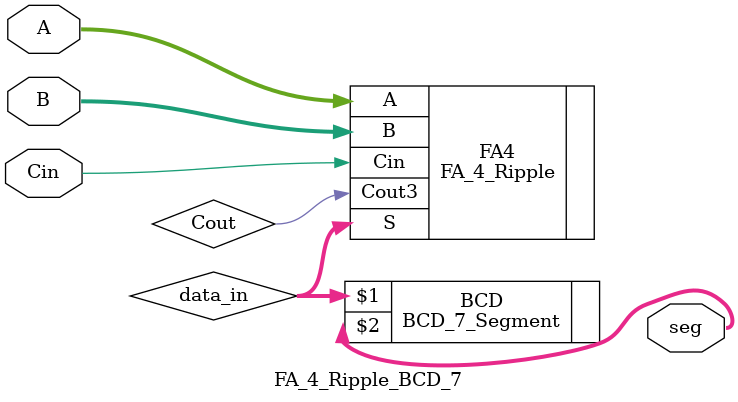
<source format=v>
`timescale 1ns / 1ps


module FA_4_Ripple_BCD_7(A, B, Cin, seg);
    input wire [3:0] A, B;
    input wire Cin;
    
    output wire [6:0] seg;
    
    wire [3:0] data_in;
    wire Cout;
    
    //Port mapping
    FA_4_Ripple FA4 (.A(A), .B(B), .Cin(Cin), .S(data_in), .Cout3(Cout));
    BCD_7_Segment BCD (data_in, seg);
endmodule
</source>
